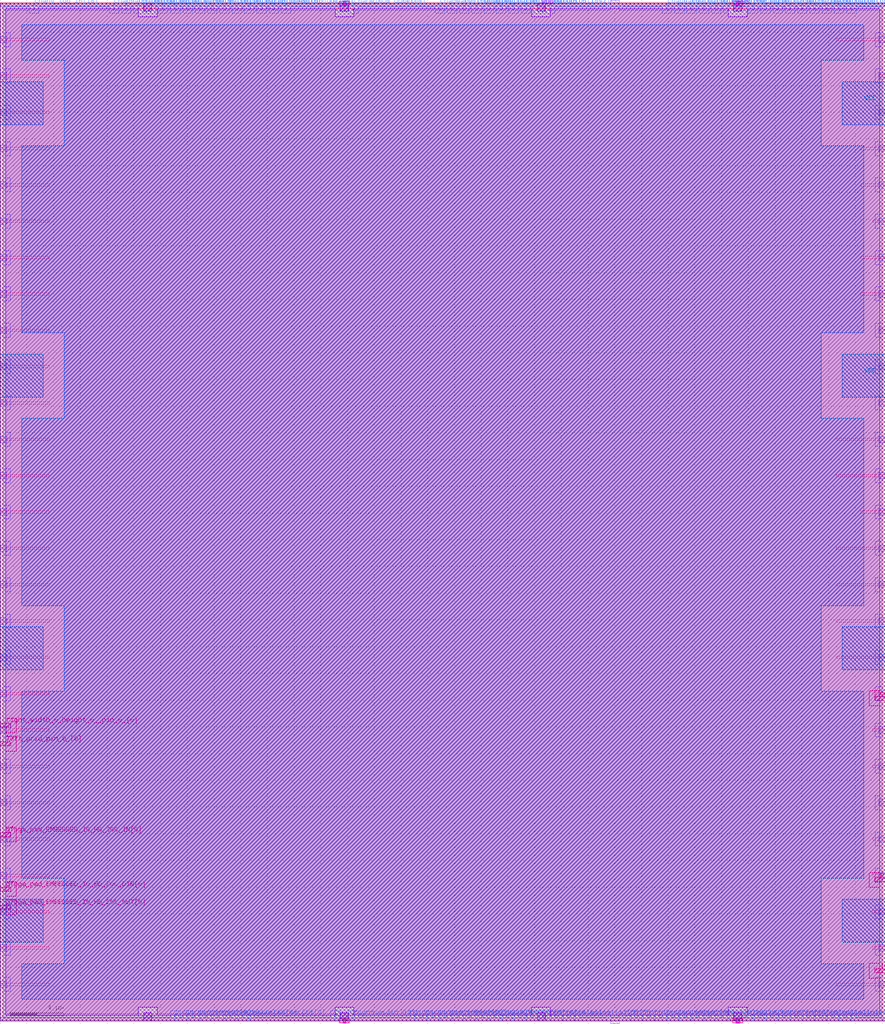
<source format=lef>
VERSION 5.7 ;
BUSBITCHARS "[]" ;

UNITS
  DATABASE MICRONS 1000 ;
END UNITS

MANUFACTURINGGRID 0.005 ;

LAYER li1
  TYPE ROUTING ;
  DIRECTION VERTICAL ;
  PITCH 0.46 ;
  WIDTH 0.17 ;
END li1

LAYER mcon
  TYPE CUT ;
END mcon

LAYER met1
  TYPE ROUTING ;
  DIRECTION HORIZONTAL ;
  PITCH 0.34 ;
  WIDTH 0.14 ;
END met1

LAYER via
  TYPE CUT ;
END via

LAYER met2
  TYPE ROUTING ;
  DIRECTION VERTICAL ;
  PITCH 0.46 ;
  WIDTH 0.14 ;
END met2

LAYER via2
  TYPE CUT ;
END via2

LAYER met3
  TYPE ROUTING ;
  DIRECTION HORIZONTAL ;
  PITCH 0.68 ;
  WIDTH 0.3 ;
END met3

LAYER via3
  TYPE CUT ;
END via3

LAYER met4
  TYPE ROUTING ;
  DIRECTION VERTICAL ;
  PITCH 0.92 ;
  WIDTH 0.3 ;
END met4

LAYER via4
  TYPE CUT ;
END via4

LAYER met5
  TYPE ROUTING ;
  DIRECTION HORIZONTAL ;
  PITCH 3.4 ;
  WIDTH 1.6 ;
END met5

LAYER nwell
  TYPE MASTERSLICE ;
END nwell

LAYER pwell
  TYPE MASTERSLICE ;
END pwell

LAYER OVERLAP
  TYPE OVERLAP ;
END OVERLAP

VIA L1M1_PR
  LAYER li1 ;
    RECT -0.085 -0.085 0.085 0.085 ;
  LAYER mcon ;
    RECT -0.085 -0.085 0.085 0.085 ;
  LAYER met1 ;
    RECT -0.145 -0.115 0.145 0.115 ;
END L1M1_PR

VIA L1M1_PR_R
  LAYER li1 ;
    RECT -0.085 -0.085 0.085 0.085 ;
  LAYER mcon ;
    RECT -0.085 -0.085 0.085 0.085 ;
  LAYER met1 ;
    RECT -0.115 -0.145 0.115 0.145 ;
END L1M1_PR_R

VIA L1M1_PR_M
  LAYER li1 ;
    RECT -0.085 -0.085 0.085 0.085 ;
  LAYER mcon ;
    RECT -0.085 -0.085 0.085 0.085 ;
  LAYER met1 ;
    RECT -0.115 -0.145 0.115 0.145 ;
END L1M1_PR_M

VIA L1M1_PR_MR
  LAYER li1 ;
    RECT -0.085 -0.085 0.085 0.085 ;
  LAYER mcon ;
    RECT -0.085 -0.085 0.085 0.085 ;
  LAYER met1 ;
    RECT -0.145 -0.115 0.145 0.115 ;
END L1M1_PR_MR

VIA L1M1_PR_C
  LAYER li1 ;
    RECT -0.085 -0.085 0.085 0.085 ;
  LAYER mcon ;
    RECT -0.085 -0.085 0.085 0.085 ;
  LAYER met1 ;
    RECT -0.145 -0.145 0.145 0.145 ;
END L1M1_PR_C

VIA M1M2_PR
  LAYER met1 ;
    RECT -0.16 -0.13 0.16 0.13 ;
  LAYER via ;
    RECT -0.075 -0.075 0.075 0.075 ;
  LAYER met2 ;
    RECT -0.13 -0.16 0.13 0.16 ;
END M1M2_PR

VIA M1M2_PR_Enc
  LAYER met1 ;
    RECT -0.16 -0.13 0.16 0.13 ;
  LAYER via ;
    RECT -0.075 -0.075 0.075 0.075 ;
  LAYER met2 ;
    RECT -0.16 -0.13 0.16 0.13 ;
END M1M2_PR_Enc

VIA M1M2_PR_R
  LAYER met1 ;
    RECT -0.13 -0.16 0.13 0.16 ;
  LAYER via ;
    RECT -0.075 -0.075 0.075 0.075 ;
  LAYER met2 ;
    RECT -0.16 -0.13 0.16 0.13 ;
END M1M2_PR_R

VIA M1M2_PR_R_Enc
  LAYER met1 ;
    RECT -0.13 -0.16 0.13 0.16 ;
  LAYER via ;
    RECT -0.075 -0.075 0.075 0.075 ;
  LAYER met2 ;
    RECT -0.13 -0.16 0.13 0.16 ;
END M1M2_PR_R_Enc

VIA M1M2_PR_M
  LAYER met1 ;
    RECT -0.16 -0.13 0.16 0.13 ;
  LAYER via ;
    RECT -0.075 -0.075 0.075 0.075 ;
  LAYER met2 ;
    RECT -0.16 -0.13 0.16 0.13 ;
END M1M2_PR_M

VIA M1M2_PR_M_Enc
  LAYER met1 ;
    RECT -0.16 -0.13 0.16 0.13 ;
  LAYER via ;
    RECT -0.075 -0.075 0.075 0.075 ;
  LAYER met2 ;
    RECT -0.13 -0.16 0.13 0.16 ;
END M1M2_PR_M_Enc

VIA M1M2_PR_MR
  LAYER met1 ;
    RECT -0.13 -0.16 0.13 0.16 ;
  LAYER via ;
    RECT -0.075 -0.075 0.075 0.075 ;
  LAYER met2 ;
    RECT -0.13 -0.16 0.13 0.16 ;
END M1M2_PR_MR

VIA M1M2_PR_MR_Enc
  LAYER met1 ;
    RECT -0.13 -0.16 0.13 0.16 ;
  LAYER via ;
    RECT -0.075 -0.075 0.075 0.075 ;
  LAYER met2 ;
    RECT -0.16 -0.13 0.16 0.13 ;
END M1M2_PR_MR_Enc

VIA M1M2_PR_C
  LAYER met1 ;
    RECT -0.16 -0.16 0.16 0.16 ;
  LAYER via ;
    RECT -0.075 -0.075 0.075 0.075 ;
  LAYER met2 ;
    RECT -0.16 -0.16 0.16 0.16 ;
END M1M2_PR_C

VIA M2M3_PR
  LAYER met2 ;
    RECT -0.14 -0.185 0.14 0.185 ;
  LAYER via2 ;
    RECT -0.1 -0.1 0.1 0.1 ;
  LAYER met3 ;
    RECT -0.165 -0.165 0.165 0.165 ;
END M2M3_PR

VIA M2M3_PR_R
  LAYER met2 ;
    RECT -0.185 -0.14 0.185 0.14 ;
  LAYER via2 ;
    RECT -0.1 -0.1 0.1 0.1 ;
  LAYER met3 ;
    RECT -0.165 -0.165 0.165 0.165 ;
END M2M3_PR_R

VIA M2M3_PR_M
  LAYER met2 ;
    RECT -0.14 -0.185 0.14 0.185 ;
  LAYER via2 ;
    RECT -0.1 -0.1 0.1 0.1 ;
  LAYER met3 ;
    RECT -0.165 -0.165 0.165 0.165 ;
END M2M3_PR_M

VIA M2M3_PR_MR
  LAYER met2 ;
    RECT -0.185 -0.14 0.185 0.14 ;
  LAYER via2 ;
    RECT -0.1 -0.1 0.1 0.1 ;
  LAYER met3 ;
    RECT -0.165 -0.165 0.165 0.165 ;
END M2M3_PR_MR

VIA M2M3_PR_C
  LAYER met2 ;
    RECT -0.185 -0.185 0.185 0.185 ;
  LAYER via2 ;
    RECT -0.1 -0.1 0.1 0.1 ;
  LAYER met3 ;
    RECT -0.165 -0.165 0.165 0.165 ;
END M2M3_PR_C

VIA M3M4_PR
  LAYER met3 ;
    RECT -0.19 -0.16 0.19 0.16 ;
  LAYER via3 ;
    RECT -0.1 -0.1 0.1 0.1 ;
  LAYER met4 ;
    RECT -0.165 -0.165 0.165 0.165 ;
END M3M4_PR

VIA M3M4_PR_R
  LAYER met3 ;
    RECT -0.16 -0.19 0.16 0.19 ;
  LAYER via3 ;
    RECT -0.1 -0.1 0.1 0.1 ;
  LAYER met4 ;
    RECT -0.165 -0.165 0.165 0.165 ;
END M3M4_PR_R

VIA M3M4_PR_M
  LAYER met3 ;
    RECT -0.19 -0.16 0.19 0.16 ;
  LAYER via3 ;
    RECT -0.1 -0.1 0.1 0.1 ;
  LAYER met4 ;
    RECT -0.165 -0.165 0.165 0.165 ;
END M3M4_PR_M

VIA M3M4_PR_MR
  LAYER met3 ;
    RECT -0.16 -0.19 0.16 0.19 ;
  LAYER via3 ;
    RECT -0.1 -0.1 0.1 0.1 ;
  LAYER met4 ;
    RECT -0.165 -0.165 0.165 0.165 ;
END M3M4_PR_MR

VIA M3M4_PR_C
  LAYER met3 ;
    RECT -0.19 -0.19 0.19 0.19 ;
  LAYER via3 ;
    RECT -0.1 -0.1 0.1 0.1 ;
  LAYER met4 ;
    RECT -0.165 -0.165 0.165 0.165 ;
END M3M4_PR_C

VIA M4M5_PR
  LAYER met4 ;
    RECT -0.59 -0.59 0.59 0.59 ;
  LAYER via4 ;
    RECT -0.4 -0.4 0.4 0.4 ;
  LAYER met5 ;
    RECT -0.71 -0.71 0.71 0.71 ;
END M4M5_PR

VIA M4M5_PR_R
  LAYER met4 ;
    RECT -0.59 -0.59 0.59 0.59 ;
  LAYER via4 ;
    RECT -0.4 -0.4 0.4 0.4 ;
  LAYER met5 ;
    RECT -0.71 -0.71 0.71 0.71 ;
END M4M5_PR_R

VIA M4M5_PR_M
  LAYER met4 ;
    RECT -0.59 -0.59 0.59 0.59 ;
  LAYER via4 ;
    RECT -0.4 -0.4 0.4 0.4 ;
  LAYER met5 ;
    RECT -0.71 -0.71 0.71 0.71 ;
END M4M5_PR_M

VIA M4M5_PR_MR
  LAYER met4 ;
    RECT -0.59 -0.59 0.59 0.59 ;
  LAYER via4 ;
    RECT -0.4 -0.4 0.4 0.4 ;
  LAYER met5 ;
    RECT -0.71 -0.71 0.71 0.71 ;
END M4M5_PR_MR

VIA M4M5_PR_C
  LAYER met4 ;
    RECT -0.59 -0.59 0.59 0.59 ;
  LAYER via4 ;
    RECT -0.4 -0.4 0.4 0.4 ;
  LAYER met5 ;
    RECT -0.71 -0.71 0.71 0.71 ;
END M4M5_PR_C

SITE unit
  CLASS CORE ;
  SYMMETRY Y ;
  SIZE 0.46 BY 2.72 ;
END unit

SITE unithddbl
  CLASS CORE ;
  SIZE 0.46 BY 5.44 ;
END unithddbl

MACRO cby_0__1_
  CLASS BLOCK ;
  ORIGIN 0 0 ;
  SIZE 66.24 BY 76.16 ;
  SYMMETRY X Y ;
  PIN chany_bottom_in[0]
    DIRECTION INPUT ;
    USE SIGNAL ;
    PORT
      LAYER met2 ;
        RECT 62.72 0 62.86 0.485 ;
    END
  END chany_bottom_in[0]
  PIN chany_bottom_in[1]
    DIRECTION INPUT ;
    USE SIGNAL ;
    PORT
      LAYER met2 ;
        RECT 40.18 0 40.32 0.485 ;
    END
  END chany_bottom_in[1]
  PIN chany_bottom_in[2]
    DIRECTION INPUT ;
    USE SIGNAL ;
    PORT
      LAYER met2 ;
        RECT 51.68 0 51.82 0.485 ;
    END
  END chany_bottom_in[2]
  PIN chany_bottom_in[3]
    DIRECTION INPUT ;
    USE SIGNAL ;
    PORT
      LAYER met2 ;
        RECT 56.28 0 56.42 0.485 ;
    END
  END chany_bottom_in[3]
  PIN chany_bottom_in[4]
    DIRECTION INPUT ;
    USE SIGNAL ;
    PORT
      LAYER met2 ;
        RECT 53.52 0 53.66 0.485 ;
    END
  END chany_bottom_in[4]
  PIN chany_bottom_in[5]
    DIRECTION INPUT ;
    USE SIGNAL ;
    PORT
      LAYER met2 ;
        RECT 34.66 0 34.8 0.485 ;
    END
  END chany_bottom_in[5]
  PIN chany_bottom_in[6]
    DIRECTION INPUT ;
    USE SIGNAL ;
    PORT
      LAYER met2 ;
        RECT 13.96 0 14.1 0.485 ;
    END
  END chany_bottom_in[6]
  PIN chany_bottom_in[7]
    DIRECTION INPUT ;
    USE SIGNAL ;
    PORT
      LAYER met2 ;
        RECT 16.72 0 16.86 0.485 ;
    END
  END chany_bottom_in[7]
  PIN chany_bottom_in[8]
    DIRECTION INPUT ;
    USE SIGNAL ;
    PORT
      LAYER met2 ;
        RECT 39.26 0 39.4 0.485 ;
    END
  END chany_bottom_in[8]
  PIN chany_bottom_in[9]
    DIRECTION INPUT ;
    USE SIGNAL ;
    PORT
      LAYER met2 ;
        RECT 35.58 0 35.72 0.485 ;
    END
  END chany_bottom_in[9]
  PIN chany_bottom_in[10]
    DIRECTION INPUT ;
    USE SIGNAL ;
    PORT
      LAYER met2 ;
        RECT 61.8 0 61.94 0.485 ;
    END
  END chany_bottom_in[10]
  PIN chany_bottom_in[11]
    DIRECTION INPUT ;
    USE SIGNAL ;
    PORT
      LAYER met2 ;
        RECT 58.12 0 58.26 0.485 ;
    END
  END chany_bottom_in[11]
  PIN chany_bottom_in[12]
    DIRECTION INPUT ;
    USE SIGNAL ;
    PORT
      LAYER met2 ;
        RECT 33.74 0 33.88 0.485 ;
    END
  END chany_bottom_in[12]
  PIN chany_bottom_in[13]
    DIRECTION INPUT ;
    USE SIGNAL ;
    PORT
      LAYER met2 ;
        RECT 38.34 0 38.48 0.485 ;
    END
  END chany_bottom_in[13]
  PIN chany_bottom_in[14]
    DIRECTION INPUT ;
    USE SIGNAL ;
    PORT
      LAYER met2 ;
        RECT 14.88 0 15.02 0.485 ;
    END
  END chany_bottom_in[14]
  PIN chany_bottom_in[15]
    DIRECTION INPUT ;
    USE SIGNAL ;
    PORT
      LAYER met2 ;
        RECT 36.5 0 36.64 0.485 ;
    END
  END chany_bottom_in[15]
  PIN chany_bottom_in[16]
    DIRECTION INPUT ;
    USE SIGNAL ;
    PORT
      LAYER met2 ;
        RECT 59.96 0 60.1 0.485 ;
    END
  END chany_bottom_in[16]
  PIN chany_bottom_in[17]
    DIRECTION INPUT ;
    USE SIGNAL ;
    PORT
      LAYER met2 ;
        RECT 15.8 0 15.94 0.485 ;
    END
  END chany_bottom_in[17]
  PIN chany_bottom_in[18]
    DIRECTION INPUT ;
    USE SIGNAL ;
    PORT
      LAYER met2 ;
        RECT 37.42 0 37.56 0.485 ;
    END
  END chany_bottom_in[18]
  PIN chany_bottom_in[19]
    DIRECTION INPUT ;
    USE SIGNAL ;
    PORT
      LAYER met2 ;
        RECT 57.2 0 57.34 0.485 ;
    END
  END chany_bottom_in[19]
  PIN chany_top_in[0]
    DIRECTION INPUT ;
    USE SIGNAL ;
    PORT
      LAYER met2 ;
        RECT 50.76 75.675 50.9 76.16 ;
    END
  END chany_top_in[0]
  PIN chany_top_in[1]
    DIRECTION INPUT ;
    USE SIGNAL ;
    PORT
      LAYER met2 ;
        RECT 57.2 75.675 57.34 76.16 ;
    END
  END chany_top_in[1]
  PIN chany_top_in[2]
    DIRECTION INPUT ;
    USE SIGNAL ;
    PORT
      LAYER met2 ;
        RECT 41.1 75.675 41.24 76.16 ;
    END
  END chany_top_in[2]
  PIN chany_top_in[3]
    DIRECTION INPUT ;
    USE SIGNAL ;
    PORT
      LAYER met2 ;
        RECT 11.2 75.675 11.34 76.16 ;
    END
  END chany_top_in[3]
  PIN chany_top_in[4]
    DIRECTION INPUT ;
    USE SIGNAL ;
    PORT
      LAYER met2 ;
        RECT 33.74 75.675 33.88 76.16 ;
    END
  END chany_top_in[4]
  PIN chany_top_in[5]
    DIRECTION INPUT ;
    USE SIGNAL ;
    PORT
      LAYER met2 ;
        RECT 19.48 75.675 19.62 76.16 ;
    END
  END chany_top_in[5]
  PIN chany_top_in[6]
    DIRECTION INPUT ;
    USE SIGNAL ;
    PORT
      LAYER met2 ;
        RECT 12.12 75.675 12.26 76.16 ;
    END
  END chany_top_in[6]
  PIN chany_top_in[7]
    DIRECTION INPUT ;
    USE SIGNAL ;
    PORT
      LAYER met2 ;
        RECT 36.5 75.675 36.64 76.16 ;
    END
  END chany_top_in[7]
  PIN chany_top_in[8]
    DIRECTION INPUT ;
    USE SIGNAL ;
    PORT
      LAYER met2 ;
        RECT 18.56 75.675 18.7 76.16 ;
    END
  END chany_top_in[8]
  PIN chany_top_in[9]
    DIRECTION INPUT ;
    USE SIGNAL ;
    PORT
      LAYER met2 ;
        RECT 13.04 75.675 13.18 76.16 ;
    END
  END chany_top_in[9]
  PIN chany_top_in[10]
    DIRECTION INPUT ;
    USE SIGNAL ;
    PORT
      LAYER met2 ;
        RECT 59.04 75.675 59.18 76.16 ;
    END
  END chany_top_in[10]
  PIN chany_top_in[11]
    DIRECTION INPUT ;
    USE SIGNAL ;
    PORT
      LAYER met2 ;
        RECT 17.64 75.675 17.78 76.16 ;
    END
  END chany_top_in[11]
  PIN chany_top_in[12]
    DIRECTION INPUT ;
    USE SIGNAL ;
    PORT
      LAYER met2 ;
        RECT 10.28 75.675 10.42 76.16 ;
    END
  END chany_top_in[12]
  PIN chany_top_in[13]
    DIRECTION INPUT ;
    USE SIGNAL ;
    PORT
      LAYER met2 ;
        RECT 13.96 75.675 14.1 76.16 ;
    END
  END chany_top_in[13]
  PIN chany_top_in[14]
    DIRECTION INPUT ;
    USE SIGNAL ;
    PORT
      LAYER met2 ;
        RECT 37.42 75.675 37.56 76.16 ;
    END
  END chany_top_in[14]
  PIN chany_top_in[15]
    DIRECTION INPUT ;
    USE SIGNAL ;
    PORT
      LAYER met2 ;
        RECT 16.72 75.675 16.86 76.16 ;
    END
  END chany_top_in[15]
  PIN chany_top_in[16]
    DIRECTION INPUT ;
    USE SIGNAL ;
    PORT
      LAYER met2 ;
        RECT 54.44 75.675 54.58 76.16 ;
    END
  END chany_top_in[16]
  PIN chany_top_in[17]
    DIRECTION INPUT ;
    USE SIGNAL ;
    PORT
      LAYER met2 ;
        RECT 14.88 75.675 15.02 76.16 ;
    END
  END chany_top_in[17]
  PIN chany_top_in[18]
    DIRECTION INPUT ;
    USE SIGNAL ;
    PORT
      LAYER met2 ;
        RECT 2.46 75.675 2.6 76.16 ;
    END
  END chany_top_in[18]
  PIN chany_top_in[19]
    DIRECTION INPUT ;
    USE SIGNAL ;
    PORT
      LAYER met2 ;
        RECT 15.8 75.675 15.94 76.16 ;
    END
  END chany_top_in[19]
  PIN ccff_head[0]
    DIRECTION INPUT ;
    USE SIGNAL ;
    PORT
      LAYER met2 ;
        RECT 34.66 75.675 34.8 76.16 ;
    END
  END ccff_head[0]
  PIN chany_bottom_out[0]
    DIRECTION OUTPUT ;
    USE SIGNAL ;
    PORT
      LAYER met2 ;
        RECT 48 0 48.14 0.485 ;
    END
  END chany_bottom_out[0]
  PIN chany_bottom_out[1]
    DIRECTION OUTPUT ;
    USE SIGNAL ;
    PORT
      LAYER met2 ;
        RECT 54.44 0 54.58 0.485 ;
    END
  END chany_bottom_out[1]
  PIN chany_bottom_out[2]
    DIRECTION OUTPUT ;
    USE SIGNAL ;
    PORT
      LAYER met2 ;
        RECT 47.08 0 47.22 0.485 ;
    END
  END chany_bottom_out[2]
  PIN chany_bottom_out[3]
    DIRECTION OUTPUT ;
    USE SIGNAL ;
    PORT
      LAYER met2 ;
        RECT 60.88 0 61.02 0.485 ;
    END
  END chany_bottom_out[3]
  PIN chany_bottom_out[4]
    DIRECTION OUTPUT ;
    USE SIGNAL ;
    PORT
      LAYER met2 ;
        RECT 50.76 0 50.9 0.485 ;
    END
  END chany_bottom_out[4]
  PIN chany_bottom_out[5]
    DIRECTION OUTPUT ;
    USE SIGNAL ;
    PORT
      LAYER met2 ;
        RECT 42.02 0 42.16 0.485 ;
    END
  END chany_bottom_out[5]
  PIN chany_bottom_out[6]
    DIRECTION OUTPUT ;
    USE SIGNAL ;
    PORT
      LAYER met2 ;
        RECT 31.9 0 32.04 0.485 ;
    END
  END chany_bottom_out[6]
  PIN chany_bottom_out[7]
    DIRECTION OUTPUT ;
    USE SIGNAL ;
    PORT
      LAYER met2 ;
        RECT 42.94 0 43.08 0.485 ;
    END
  END chany_bottom_out[7]
  PIN chany_bottom_out[8]
    DIRECTION OUTPUT ;
    USE SIGNAL ;
    PORT
      LAYER met2 ;
        RECT 13.04 0 13.18 0.485 ;
    END
  END chany_bottom_out[8]
  PIN chany_bottom_out[9]
    DIRECTION OUTPUT ;
    USE SIGNAL ;
    PORT
      LAYER met2 ;
        RECT 18.56 0 18.7 0.485 ;
    END
  END chany_bottom_out[9]
  PIN chany_bottom_out[10]
    DIRECTION OUTPUT ;
    USE SIGNAL ;
    PORT
      LAYER met2 ;
        RECT 49.84 0 49.98 0.485 ;
    END
  END chany_bottom_out[10]
  PIN chany_bottom_out[11]
    DIRECTION OUTPUT ;
    USE SIGNAL ;
    PORT
      LAYER met2 ;
        RECT 52.6 0 52.74 0.485 ;
    END
  END chany_bottom_out[11]
  PIN chany_bottom_out[12]
    DIRECTION OUTPUT ;
    USE SIGNAL ;
    PORT
      LAYER met2 ;
        RECT 59.04 0 59.18 0.485 ;
    END
  END chany_bottom_out[12]
  PIN chany_bottom_out[13]
    DIRECTION OUTPUT ;
    USE SIGNAL ;
    PORT
      LAYER met2 ;
        RECT 41.1 0 41.24 0.485 ;
    END
  END chany_bottom_out[13]
  PIN chany_bottom_out[14]
    DIRECTION OUTPUT ;
    USE SIGNAL ;
    PORT
      LAYER met2 ;
        RECT 32.82 0 32.96 0.485 ;
    END
  END chany_bottom_out[14]
  PIN chany_bottom_out[15]
    DIRECTION OUTPUT ;
    USE SIGNAL ;
    PORT
      LAYER met2 ;
        RECT 17.64 0 17.78 0.485 ;
    END
  END chany_bottom_out[15]
  PIN chany_bottom_out[16]
    DIRECTION OUTPUT ;
    USE SIGNAL ;
    PORT
      LAYER met2 ;
        RECT 25 0 25.14 0.485 ;
    END
  END chany_bottom_out[16]
  PIN chany_bottom_out[17]
    DIRECTION OUTPUT ;
    USE SIGNAL ;
    PORT
      LAYER met2 ;
        RECT 30.98 0 31.12 0.485 ;
    END
  END chany_bottom_out[17]
  PIN chany_bottom_out[18]
    DIRECTION OUTPUT ;
    USE SIGNAL ;
    PORT
      LAYER met2 ;
        RECT 63.64 0 63.78 0.485 ;
    END
  END chany_bottom_out[18]
  PIN chany_bottom_out[19]
    DIRECTION OUTPUT ;
    USE SIGNAL ;
    PORT
      LAYER met2 ;
        RECT 48.92 0 49.06 0.485 ;
    END
  END chany_bottom_out[19]
  PIN chany_top_out[0]
    DIRECTION OUTPUT ;
    USE SIGNAL ;
    PORT
      LAYER met2 ;
        RECT 49.84 75.675 49.98 76.16 ;
    END
  END chany_top_out[0]
  PIN chany_top_out[1]
    DIRECTION OUTPUT ;
    USE SIGNAL ;
    PORT
      LAYER met2 ;
        RECT 59.96 75.675 60.1 76.16 ;
    END
  END chany_top_out[1]
  PIN chany_top_out[2]
    DIRECTION OUTPUT ;
    USE SIGNAL ;
    PORT
      LAYER met2 ;
        RECT 60.88 75.675 61.02 76.16 ;
    END
  END chany_top_out[2]
  PIN chany_top_out[3]
    DIRECTION OUTPUT ;
    USE SIGNAL ;
    PORT
      LAYER met2 ;
        RECT 63.64 75.675 63.78 76.16 ;
    END
  END chany_top_out[3]
  PIN chany_top_out[4]
    DIRECTION OUTPUT ;
    USE SIGNAL ;
    PORT
      LAYER met2 ;
        RECT 52.6 75.675 52.74 76.16 ;
    END
  END chany_top_out[4]
  PIN chany_top_out[5]
    DIRECTION OUTPUT ;
    USE SIGNAL ;
    PORT
      LAYER met2 ;
        RECT 39.26 75.675 39.4 76.16 ;
    END
  END chany_top_out[5]
  PIN chany_top_out[6]
    DIRECTION OUTPUT ;
    USE SIGNAL ;
    PORT
      LAYER met2 ;
        RECT 35.58 75.675 35.72 76.16 ;
    END
  END chany_top_out[6]
  PIN chany_top_out[7]
    DIRECTION OUTPUT ;
    USE SIGNAL ;
    PORT
      LAYER met2 ;
        RECT 62.72 75.675 62.86 76.16 ;
    END
  END chany_top_out[7]
  PIN chany_top_out[8]
    DIRECTION OUTPUT ;
    USE SIGNAL ;
    PORT
      LAYER met2 ;
        RECT 9.36 75.675 9.5 76.16 ;
    END
  END chany_top_out[8]
  PIN chany_top_out[9]
    DIRECTION OUTPUT ;
    USE SIGNAL ;
    PORT
      LAYER met2 ;
        RECT 8.44 75.675 8.58 76.16 ;
    END
  END chany_top_out[9]
  PIN chany_top_out[10]
    DIRECTION OUTPUT ;
    USE SIGNAL ;
    PORT
      LAYER met2 ;
        RECT 26.38 75.675 26.52 76.16 ;
    END
  END chany_top_out[10]
  PIN chany_top_out[11]
    DIRECTION OUTPUT ;
    USE SIGNAL ;
    PORT
      LAYER met2 ;
        RECT 51.68 75.675 51.82 76.16 ;
    END
  END chany_top_out[11]
  PIN chany_top_out[12]
    DIRECTION OUTPUT ;
    USE SIGNAL ;
    PORT
      LAYER met2 ;
        RECT 53.52 75.675 53.66 76.16 ;
    END
  END chany_top_out[12]
  PIN chany_top_out[13]
    DIRECTION OUTPUT ;
    USE SIGNAL ;
    PORT
      LAYER met2 ;
        RECT 56.28 75.675 56.42 76.16 ;
    END
  END chany_top_out[13]
  PIN chany_top_out[14]
    DIRECTION OUTPUT ;
    USE SIGNAL ;
    PORT
      LAYER met2 ;
        RECT 58.12 75.675 58.26 76.16 ;
    END
  END chany_top_out[14]
  PIN chany_top_out[15]
    DIRECTION OUTPUT ;
    USE SIGNAL ;
    PORT
      LAYER met2 ;
        RECT 38.34 75.675 38.48 76.16 ;
    END
  END chany_top_out[15]
  PIN chany_top_out[16]
    DIRECTION OUTPUT ;
    USE SIGNAL ;
    PORT
      LAYER met2 ;
        RECT 61.8 75.675 61.94 76.16 ;
    END
  END chany_top_out[16]
  PIN chany_top_out[17]
    DIRECTION OUTPUT ;
    USE SIGNAL ;
    PORT
      LAYER met2 ;
        RECT 32.82 75.675 32.96 76.16 ;
    END
  END chany_top_out[17]
  PIN chany_top_out[18]
    DIRECTION OUTPUT ;
    USE SIGNAL ;
    PORT
      LAYER met2 ;
        RECT 21.32 75.675 21.46 76.16 ;
    END
  END chany_top_out[18]
  PIN chany_top_out[19]
    DIRECTION OUTPUT ;
    USE SIGNAL ;
    PORT
      LAYER met2 ;
        RECT 40.18 75.675 40.32 76.16 ;
    END
  END chany_top_out[19]
  PIN left_grid_pin_0_[0]
    DIRECTION OUTPUT ;
    USE SIGNAL ;
    PORT
      LAYER met3 ;
        RECT 0 20.59 0.8 20.89 ;
    END
  END left_grid_pin_0_[0]
  PIN ccff_tail[0]
    DIRECTION OUTPUT ;
    USE SIGNAL ;
    PORT
      LAYER met3 ;
        RECT 65.44 23.99 66.24 24.29 ;
    END
  END ccff_tail[0]
  PIN IO_ISOL_N[0]
    DIRECTION INPUT ;
    USE SIGNAL ;
    PORT
      LAYER met3 ;
        RECT 65.44 3.59 66.24 3.89 ;
    END
  END IO_ISOL_N[0]
  PIN gfpga_pad_EMBEDDED_IO_HD_SOC_IN[0]
    DIRECTION INPUT ;
    USE SIGNAL ;
    PORT
      LAYER met3 ;
        RECT 0 13.79 0.8 14.09 ;
    END
  END gfpga_pad_EMBEDDED_IO_HD_SOC_IN[0]
  PIN gfpga_pad_EMBEDDED_IO_HD_SOC_OUT[0]
    DIRECTION OUTPUT ;
    USE SIGNAL ;
    PORT
      LAYER met3 ;
        RECT 0 8.35 0.8 8.65 ;
    END
  END gfpga_pad_EMBEDDED_IO_HD_SOC_OUT[0]
  PIN gfpga_pad_EMBEDDED_IO_HD_SOC_DIR[0]
    DIRECTION OUTPUT ;
    USE SIGNAL ;
    PORT
      LAYER met3 ;
        RECT 0 9.71 0.8 10.01 ;
    END
  END gfpga_pad_EMBEDDED_IO_HD_SOC_DIR[0]
  PIN right_width_0_height_0__pin_0_[0]
    DIRECTION INPUT ;
    USE SIGNAL ;
    PORT
      LAYER met3 ;
        RECT 0 21.95 0.8 22.25 ;
    END
  END right_width_0_height_0__pin_0_[0]
  PIN right_width_0_height_0__pin_1_upper[0]
    DIRECTION OUTPUT ;
    USE SIGNAL ;
    PORT
      LAYER met2 ;
        RECT 20.4 75.675 20.54 76.16 ;
    END
  END right_width_0_height_0__pin_1_upper[0]
  PIN right_width_0_height_0__pin_1_lower[0]
    DIRECTION OUTPUT ;
    USE SIGNAL ;
    PORT
      LAYER met2 ;
        RECT 26.38 0 26.52 0.485 ;
    END
  END right_width_0_height_0__pin_1_lower[0]
  PIN prog_clk_0_E_in
    DIRECTION INPUT ;
    USE CLOCK ;
    PORT
      LAYER met3 ;
        RECT 65.44 10.39 66.24 10.69 ;
    END
  END prog_clk_0_E_in
  PIN VDD
    DIRECTION INPUT ;
    USE POWER ;
    PORT
      LAYER met1 ;
        RECT 0 2.48 0.48 2.96 ;
        RECT 65.76 2.48 66.24 2.96 ;
        RECT 0 7.92 0.48 8.4 ;
        RECT 65.76 7.92 66.24 8.4 ;
        RECT 0 13.36 0.48 13.84 ;
        RECT 65.76 13.36 66.24 13.84 ;
        RECT 0 18.8 0.48 19.28 ;
        RECT 65.76 18.8 66.24 19.28 ;
        RECT 0 24.24 0.48 24.72 ;
        RECT 65.76 24.24 66.24 24.72 ;
        RECT 0 29.68 0.48 30.16 ;
        RECT 65.76 29.68 66.24 30.16 ;
        RECT 0 35.12 0.48 35.6 ;
        RECT 65.76 35.12 66.24 35.6 ;
        RECT 0 40.56 0.48 41.04 ;
        RECT 65.76 40.56 66.24 41.04 ;
        RECT 0 46 0.48 46.48 ;
        RECT 65.76 46 66.24 46.48 ;
        RECT 0 51.44 0.48 51.92 ;
        RECT 65.76 51.44 66.24 51.92 ;
        RECT 0 56.88 0.48 57.36 ;
        RECT 65.76 56.88 66.24 57.36 ;
        RECT 0 62.32 0.48 62.8 ;
        RECT 65.76 62.32 66.24 62.8 ;
        RECT 0 67.76 0.48 68.24 ;
        RECT 65.76 67.76 66.24 68.24 ;
        RECT 0 73.2 0.48 73.68 ;
        RECT 65.76 73.2 66.24 73.68 ;
      LAYER met4 ;
        RECT 10.74 0 11.34 0.6 ;
        RECT 40.18 0 40.78 0.6 ;
        RECT 10.74 75.56 11.34 76.16 ;
        RECT 40.18 75.56 40.78 76.16 ;
      LAYER met5 ;
        RECT 0 5.88 3.2 9.08 ;
        RECT 63.04 5.88 66.24 9.08 ;
        RECT 0 46.68 3.2 49.88 ;
        RECT 63.04 46.68 66.24 49.88 ;
    END
  END VDD
  PIN VSS
    DIRECTION INPUT ;
    USE GROUND ;
    PORT
      LAYER met1 ;
        RECT 0 0 45.4 0.24 ;
        RECT 46.6 0 66.24 0.24 ;
        RECT 0 5.2 0.48 5.68 ;
        RECT 65.76 5.2 66.24 5.68 ;
        RECT 0 10.64 0.48 11.12 ;
        RECT 65.76 10.64 66.24 11.12 ;
        RECT 0 16.08 0.48 16.56 ;
        RECT 65.76 16.08 66.24 16.56 ;
        RECT 0 21.52 0.48 22 ;
        RECT 65.76 21.52 66.24 22 ;
        RECT 0 26.96 0.48 27.44 ;
        RECT 65.76 26.96 66.24 27.44 ;
        RECT 0 32.4 0.48 32.88 ;
        RECT 65.76 32.4 66.24 32.88 ;
        RECT 0 37.84 0.48 38.32 ;
        RECT 65.76 37.84 66.24 38.32 ;
        RECT 0 43.28 0.48 43.76 ;
        RECT 65.76 43.28 66.24 43.76 ;
        RECT 0 48.72 0.48 49.2 ;
        RECT 65.76 48.72 66.24 49.2 ;
        RECT 0 54.16 0.48 54.64 ;
        RECT 65.76 54.16 66.24 54.64 ;
        RECT 0 59.6 0.48 60.08 ;
        RECT 65.76 59.6 66.24 60.08 ;
        RECT 0 65.04 0.48 65.52 ;
        RECT 65.76 65.04 66.24 65.52 ;
        RECT 0 70.48 0.48 70.96 ;
        RECT 65.76 70.48 66.24 70.96 ;
        RECT 0 75.92 45.4 76.16 ;
        RECT 46.6 75.92 66.24 76.16 ;
      LAYER met4 ;
        RECT 25.46 0 26.06 0.6 ;
        RECT 54.9 0 55.5 0.6 ;
        RECT 25.46 75.56 26.06 76.16 ;
        RECT 54.9 75.56 55.5 76.16 ;
      LAYER met5 ;
        RECT 0 26.28 3.2 29.48 ;
        RECT 63.04 26.28 66.24 29.48 ;
        RECT 0 67.08 3.2 70.28 ;
        RECT 63.04 67.08 66.24 70.28 ;
    END
  END VSS
  OBS
    LAYER met2 ;
      RECT 55.06 75.975 55.34 76.345 ;
      RECT 25.62 75.975 25.9 76.345 ;
      RECT 55.06 -0.185 55.34 0.185 ;
      RECT 25.62 -0.185 25.9 0.185 ;
      POLYGON 65.96 75.88 65.96 0.28 64.06 0.28 64.06 0.765 63.36 0.765 63.36 0.28 63.14 0.28 63.14 0.765 62.44 0.765 62.44 0.28 62.22 0.28 62.22 0.765 61.52 0.765 61.52 0.28 61.3 0.28 61.3 0.765 60.6 0.765 60.6 0.28 60.38 0.28 60.38 0.765 59.68 0.765 59.68 0.28 59.46 0.28 59.46 0.765 58.76 0.765 58.76 0.28 58.54 0.28 58.54 0.765 57.84 0.765 57.84 0.28 57.62 0.28 57.62 0.765 56.92 0.765 56.92 0.28 56.7 0.28 56.7 0.765 56 0.765 56 0.28 54.86 0.28 54.86 0.765 54.16 0.765 54.16 0.28 53.94 0.28 53.94 0.765 53.24 0.765 53.24 0.28 53.02 0.28 53.02 0.765 52.32 0.765 52.32 0.28 52.1 0.28 52.1 0.765 51.4 0.765 51.4 0.28 51.18 0.28 51.18 0.765 50.48 0.765 50.48 0.28 50.26 0.28 50.26 0.765 49.56 0.765 49.56 0.28 49.34 0.28 49.34 0.765 48.64 0.765 48.64 0.28 48.42 0.28 48.42 0.765 47.72 0.765 47.72 0.28 47.5 0.28 47.5 0.765 46.8 0.765 46.8 0.28 43.36 0.28 43.36 0.765 42.66 0.765 42.66 0.28 42.44 0.28 42.44 0.765 41.74 0.765 41.74 0.28 41.52 0.28 41.52 0.765 40.82 0.765 40.82 0.28 40.6 0.28 40.6 0.765 39.9 0.765 39.9 0.28 39.68 0.28 39.68 0.765 38.98 0.765 38.98 0.28 38.76 0.28 38.76 0.765 38.06 0.765 38.06 0.28 37.84 0.28 37.84 0.765 37.14 0.765 37.14 0.28 36.92 0.28 36.92 0.765 36.22 0.765 36.22 0.28 36 0.28 36 0.765 35.3 0.765 35.3 0.28 35.08 0.28 35.08 0.765 34.38 0.765 34.38 0.28 34.16 0.28 34.16 0.765 33.46 0.765 33.46 0.28 33.24 0.28 33.24 0.765 32.54 0.765 32.54 0.28 32.32 0.28 32.32 0.765 31.62 0.765 31.62 0.28 31.4 0.28 31.4 0.765 30.7 0.765 30.7 0.28 26.8 0.28 26.8 0.765 26.1 0.765 26.1 0.28 25.42 0.28 25.42 0.765 24.72 0.765 24.72 0.28 18.98 0.28 18.98 0.765 18.28 0.765 18.28 0.28 18.06 0.28 18.06 0.765 17.36 0.765 17.36 0.28 17.14 0.28 17.14 0.765 16.44 0.765 16.44 0.28 16.22 0.28 16.22 0.765 15.52 0.765 15.52 0.28 15.3 0.28 15.3 0.765 14.6 0.765 14.6 0.28 14.38 0.28 14.38 0.765 13.68 0.765 13.68 0.28 13.46 0.28 13.46 0.765 12.76 0.765 12.76 0.28 0.28 0.28 0.28 75.88 2.18 75.88 2.18 75.395 2.88 75.395 2.88 75.88 8.16 75.88 8.16 75.395 8.86 75.395 8.86 75.88 9.08 75.88 9.08 75.395 9.78 75.395 9.78 75.88 10 75.88 10 75.395 10.7 75.395 10.7 75.88 10.92 75.88 10.92 75.395 11.62 75.395 11.62 75.88 11.84 75.88 11.84 75.395 12.54 75.395 12.54 75.88 12.76 75.88 12.76 75.395 13.46 75.395 13.46 75.88 13.68 75.88 13.68 75.395 14.38 75.395 14.38 75.88 14.6 75.88 14.6 75.395 15.3 75.395 15.3 75.88 15.52 75.88 15.52 75.395 16.22 75.395 16.22 75.88 16.44 75.88 16.44 75.395 17.14 75.395 17.14 75.88 17.36 75.88 17.36 75.395 18.06 75.395 18.06 75.88 18.28 75.88 18.28 75.395 18.98 75.395 18.98 75.88 19.2 75.88 19.2 75.395 19.9 75.395 19.9 75.88 20.12 75.88 20.12 75.395 20.82 75.395 20.82 75.88 21.04 75.88 21.04 75.395 21.74 75.395 21.74 75.88 26.1 75.88 26.1 75.395 26.8 75.395 26.8 75.88 32.54 75.88 32.54 75.395 33.24 75.395 33.24 75.88 33.46 75.88 33.46 75.395 34.16 75.395 34.16 75.88 34.38 75.88 34.38 75.395 35.08 75.395 35.08 75.88 35.3 75.88 35.3 75.395 36 75.395 36 75.88 36.22 75.88 36.22 75.395 36.92 75.395 36.92 75.88 37.14 75.88 37.14 75.395 37.84 75.395 37.84 75.88 38.06 75.88 38.06 75.395 38.76 75.395 38.76 75.88 38.98 75.88 38.98 75.395 39.68 75.395 39.68 75.88 39.9 75.88 39.9 75.395 40.6 75.395 40.6 75.88 40.82 75.88 40.82 75.395 41.52 75.395 41.52 75.88 49.56 75.88 49.56 75.395 50.26 75.395 50.26 75.88 50.48 75.88 50.48 75.395 51.18 75.395 51.18 75.88 51.4 75.88 51.4 75.395 52.1 75.395 52.1 75.88 52.32 75.88 52.32 75.395 53.02 75.395 53.02 75.88 53.24 75.88 53.24 75.395 53.94 75.395 53.94 75.88 54.16 75.88 54.16 75.395 54.86 75.395 54.86 75.88 56 75.88 56 75.395 56.7 75.395 56.7 75.88 56.92 75.88 56.92 75.395 57.62 75.395 57.62 75.88 57.84 75.88 57.84 75.395 58.54 75.395 58.54 75.88 58.76 75.88 58.76 75.395 59.46 75.395 59.46 75.88 59.68 75.88 59.68 75.395 60.38 75.395 60.38 75.88 60.6 75.88 60.6 75.395 61.3 75.395 61.3 75.88 61.52 75.88 61.52 75.395 62.22 75.395 62.22 75.88 62.44 75.88 62.44 75.395 63.14 75.395 63.14 75.88 63.36 75.88 63.36 75.395 64.06 75.395 64.06 75.88 ;
    LAYER met3 ;
      POLYGON 55.365 76.325 55.365 76.32 55.58 76.32 55.58 76 55.365 76 55.365 75.995 55.035 75.995 55.035 76 54.82 76 54.82 76.32 55.035 76.32 55.035 76.325 ;
      POLYGON 25.925 76.325 25.925 76.32 26.14 76.32 26.14 76 25.925 76 25.925 75.995 25.595 75.995 25.595 76 25.38 76 25.38 76.32 25.595 76.32 25.595 76.325 ;
      POLYGON 55.365 0.165 55.365 0.16 55.58 0.16 55.58 -0.16 55.365 -0.16 55.365 -0.165 55.035 -0.165 55.035 -0.16 54.82 -0.16 54.82 0.16 55.035 0.16 55.035 0.165 ;
      POLYGON 25.925 0.165 25.925 0.16 26.14 0.16 26.14 -0.16 25.925 -0.16 25.925 -0.165 25.595 -0.165 25.595 -0.16 25.38 -0.16 25.38 0.16 25.595 0.16 25.595 0.165 ;
      POLYGON 65.84 75.76 65.84 24.69 65.04 24.69 65.04 23.59 65.84 23.59 65.84 11.09 65.04 11.09 65.04 9.99 65.84 9.99 65.84 4.29 65.04 4.29 65.04 3.19 65.84 3.19 65.84 0.4 0.4 0.4 0.4 7.95 1.2 7.95 1.2 9.05 0.4 9.05 0.4 9.31 1.2 9.31 1.2 10.41 0.4 10.41 0.4 13.39 1.2 13.39 1.2 14.49 0.4 14.49 0.4 20.19 1.2 20.19 1.2 21.29 0.4 21.29 0.4 21.55 1.2 21.55 1.2 22.65 0.4 22.65 0.4 75.76 ;
    LAYER met5 ;
      POLYGON 64.64 74.56 64.64 71.88 61.44 71.88 61.44 65.48 64.64 65.48 64.64 51.48 61.44 51.48 61.44 45.08 64.64 45.08 64.64 31.08 61.44 31.08 61.44 24.68 64.64 24.68 64.64 10.68 61.44 10.68 61.44 4.28 64.64 4.28 64.64 1.6 1.6 1.6 1.6 4.28 4.8 4.28 4.8 10.68 1.6 10.68 1.6 24.68 4.8 24.68 4.8 31.08 1.6 31.08 1.6 45.08 4.8 45.08 4.8 51.48 1.6 51.48 1.6 65.48 4.8 65.48 4.8 71.88 1.6 71.88 1.6 74.56 ;
    LAYER met4 ;
      POLYGON 65.84 75.76 65.84 0.4 55.9 0.4 55.9 1 54.5 1 54.5 0.4 41.18 0.4 41.18 1 39.78 1 39.78 0.4 26.46 0.4 26.46 1 25.06 1 25.06 0.4 11.74 0.4 11.74 1 10.34 1 10.34 0.4 0.4 0.4 0.4 75.76 10.34 75.76 10.34 75.16 11.74 75.16 11.74 75.76 25.06 75.76 25.06 75.16 26.46 75.16 26.46 75.76 39.78 75.76 39.78 75.16 41.18 75.16 41.18 75.76 54.5 75.76 54.5 75.16 55.9 75.16 55.9 75.76 ;
    LAYER met1 ;
      RECT 45.68 75.92 46.32 76.4 ;
      RECT 45.68 -0.24 46.32 0.24 ;
      POLYGON 46.32 75.88 46.32 75.64 65.96 75.64 65.96 73.96 65.48 73.96 65.48 72.92 65.96 72.92 65.96 71.24 65.48 71.24 65.48 70.2 65.96 70.2 65.96 68.52 65.48 68.52 65.48 67.48 65.96 67.48 65.96 65.8 65.48 65.8 65.48 64.76 65.96 64.76 65.96 63.08 65.48 63.08 65.48 62.04 65.96 62.04 65.96 60.36 65.48 60.36 65.48 59.32 65.96 59.32 65.96 57.64 65.48 57.64 65.48 56.6 65.96 56.6 65.96 54.92 65.48 54.92 65.48 53.88 65.96 53.88 65.96 52.2 65.48 52.2 65.48 51.16 65.96 51.16 65.96 49.48 65.48 49.48 65.48 48.44 65.96 48.44 65.96 46.76 65.48 46.76 65.48 45.72 65.96 45.72 65.96 44.04 65.48 44.04 65.48 43 65.96 43 65.96 41.32 65.48 41.32 65.48 40.28 65.96 40.28 65.96 38.6 65.48 38.6 65.48 37.56 65.96 37.56 65.96 35.88 65.48 35.88 65.48 34.84 65.96 34.84 65.96 33.16 65.48 33.16 65.48 32.12 65.96 32.12 65.96 30.44 65.48 30.44 65.48 29.4 65.96 29.4 65.96 27.72 65.48 27.72 65.48 26.68 65.96 26.68 65.96 25 65.48 25 65.48 23.96 65.96 23.96 65.96 22.28 65.48 22.28 65.48 21.24 65.96 21.24 65.96 19.56 65.48 19.56 65.48 18.52 65.96 18.52 65.96 16.84 65.48 16.84 65.48 15.8 65.96 15.8 65.96 14.12 65.48 14.12 65.48 13.08 65.96 13.08 65.96 11.4 65.48 11.4 65.48 10.36 65.96 10.36 65.96 8.68 65.48 8.68 65.48 7.64 65.96 7.64 65.96 5.96 65.48 5.96 65.48 4.92 65.96 4.92 65.96 3.24 65.48 3.24 65.48 2.2 65.96 2.2 65.96 0.52 46.32 0.52 46.32 0.28 45.68 0.28 45.68 0.52 0.28 0.52 0.28 2.2 0.76 2.2 0.76 3.24 0.28 3.24 0.28 4.92 0.76 4.92 0.76 5.96 0.28 5.96 0.28 7.64 0.76 7.64 0.76 8.68 0.28 8.68 0.28 10.36 0.76 10.36 0.76 11.4 0.28 11.4 0.28 13.08 0.76 13.08 0.76 14.12 0.28 14.12 0.28 15.8 0.76 15.8 0.76 16.84 0.28 16.84 0.28 18.52 0.76 18.52 0.76 19.56 0.28 19.56 0.28 21.24 0.76 21.24 0.76 22.28 0.28 22.28 0.28 23.96 0.76 23.96 0.76 25 0.28 25 0.28 26.68 0.76 26.68 0.76 27.72 0.28 27.72 0.28 29.4 0.76 29.4 0.76 30.44 0.28 30.44 0.28 32.12 0.76 32.12 0.76 33.16 0.28 33.16 0.28 34.84 0.76 34.84 0.76 35.88 0.28 35.88 0.28 37.56 0.76 37.56 0.76 38.6 0.28 38.6 0.28 40.28 0.76 40.28 0.76 41.32 0.28 41.32 0.28 43 0.76 43 0.76 44.04 0.28 44.04 0.28 45.72 0.76 45.72 0.76 46.76 0.28 46.76 0.28 48.44 0.76 48.44 0.76 49.48 0.28 49.48 0.28 51.16 0.76 51.16 0.76 52.2 0.28 52.2 0.28 53.88 0.76 53.88 0.76 54.92 0.28 54.92 0.28 56.6 0.76 56.6 0.76 57.64 0.28 57.64 0.28 59.32 0.76 59.32 0.76 60.36 0.28 60.36 0.28 62.04 0.76 62.04 0.76 63.08 0.28 63.08 0.28 64.76 0.76 64.76 0.76 65.8 0.28 65.8 0.28 67.48 0.76 67.48 0.76 68.52 0.28 68.52 0.28 70.2 0.76 70.2 0.76 71.24 0.28 71.24 0.28 72.92 0.76 72.92 0.76 73.96 0.28 73.96 0.28 75.64 45.68 75.64 45.68 75.88 ;
    LAYER li1 ;
      RECT 0 76.075 66.24 76.245 ;
      RECT 62.56 73.355 66.24 73.525 ;
      RECT 0 73.355 3.68 73.525 ;
      RECT 65.78 70.635 66.24 70.805 ;
      RECT 0 70.635 3.68 70.805 ;
      RECT 65.78 67.915 66.24 68.085 ;
      RECT 0 67.915 3.68 68.085 ;
      RECT 64.4 65.195 66.24 65.365 ;
      RECT 0 65.195 3.68 65.365 ;
      RECT 64.4 62.475 66.24 62.645 ;
      RECT 0 62.475 3.68 62.645 ;
      RECT 65.32 59.755 66.24 59.925 ;
      RECT 0 59.755 3.68 59.925 ;
      RECT 64.4 57.035 66.24 57.205 ;
      RECT 0 57.035 3.68 57.205 ;
      RECT 64.4 54.315 66.24 54.485 ;
      RECT 0 54.315 3.68 54.485 ;
      RECT 65.78 51.595 66.24 51.765 ;
      RECT 0 51.595 3.68 51.765 ;
      RECT 65.78 48.875 66.24 49.045 ;
      RECT 0 48.875 3.68 49.045 ;
      RECT 65.78 46.155 66.24 46.325 ;
      RECT 0 46.155 3.68 46.325 ;
      RECT 62.56 43.435 66.24 43.605 ;
      RECT 0 43.435 3.68 43.605 ;
      RECT 62.56 40.715 66.24 40.885 ;
      RECT 0 40.715 3.68 40.885 ;
      RECT 64.4 37.995 66.24 38.165 ;
      RECT 0 37.995 3.68 38.165 ;
      RECT 62.56 35.275 66.24 35.445 ;
      RECT 0 35.275 3.68 35.445 ;
      RECT 62.56 32.555 66.24 32.725 ;
      RECT 0 32.555 3.68 32.725 ;
      RECT 62.56 29.835 66.24 30.005 ;
      RECT 0 29.835 3.68 30.005 ;
      RECT 62.56 27.115 66.24 27.285 ;
      RECT 0 27.115 3.68 27.285 ;
      RECT 65.32 24.395 66.24 24.565 ;
      RECT 0 24.395 3.68 24.565 ;
      RECT 65.32 21.675 66.24 21.845 ;
      RECT 0 21.675 3.68 21.845 ;
      RECT 65.32 18.955 66.24 19.125 ;
      RECT 0 18.955 3.68 19.125 ;
      RECT 65.78 16.235 66.24 16.405 ;
      RECT 0 16.235 3.68 16.405 ;
      RECT 65.32 13.515 66.24 13.685 ;
      RECT 0 13.515 3.68 13.685 ;
      RECT 65.32 10.795 66.24 10.965 ;
      RECT 0 10.795 3.68 10.965 ;
      RECT 65.32 8.075 66.24 8.245 ;
      RECT 0 8.075 3.68 8.245 ;
      RECT 65.32 5.355 66.24 5.525 ;
      RECT 0 5.355 3.68 5.525 ;
      RECT 62.56 2.635 66.24 2.805 ;
      RECT 0 2.635 3.68 2.805 ;
      RECT 0 -0.085 66.24 0.085 ;
      RECT 0.17 0.17 66.07 75.99 ;
    LAYER via ;
      RECT 55.125 76.085 55.275 76.235 ;
      RECT 25.685 76.085 25.835 76.235 ;
      RECT 55.125 -0.075 55.275 0.075 ;
      RECT 25.685 -0.075 25.835 0.075 ;
    LAYER via2 ;
      RECT 55.1 76.06 55.3 76.26 ;
      RECT 25.66 76.06 25.86 76.26 ;
      RECT 55.1 -0.1 55.3 0.1 ;
      RECT 25.66 -0.1 25.86 0.1 ;
    LAYER via3 ;
      RECT 55.1 76.06 55.3 76.26 ;
      RECT 25.66 76.06 25.86 76.26 ;
      RECT 55.1 -0.1 55.3 0.1 ;
      RECT 25.66 -0.1 25.86 0.1 ;
    LAYER OVERLAP ;
      POLYGON 0 0 0 76.16 66.24 76.16 66.24 0 ;
  END
END cby_0__1_

END LIBRARY

</source>
